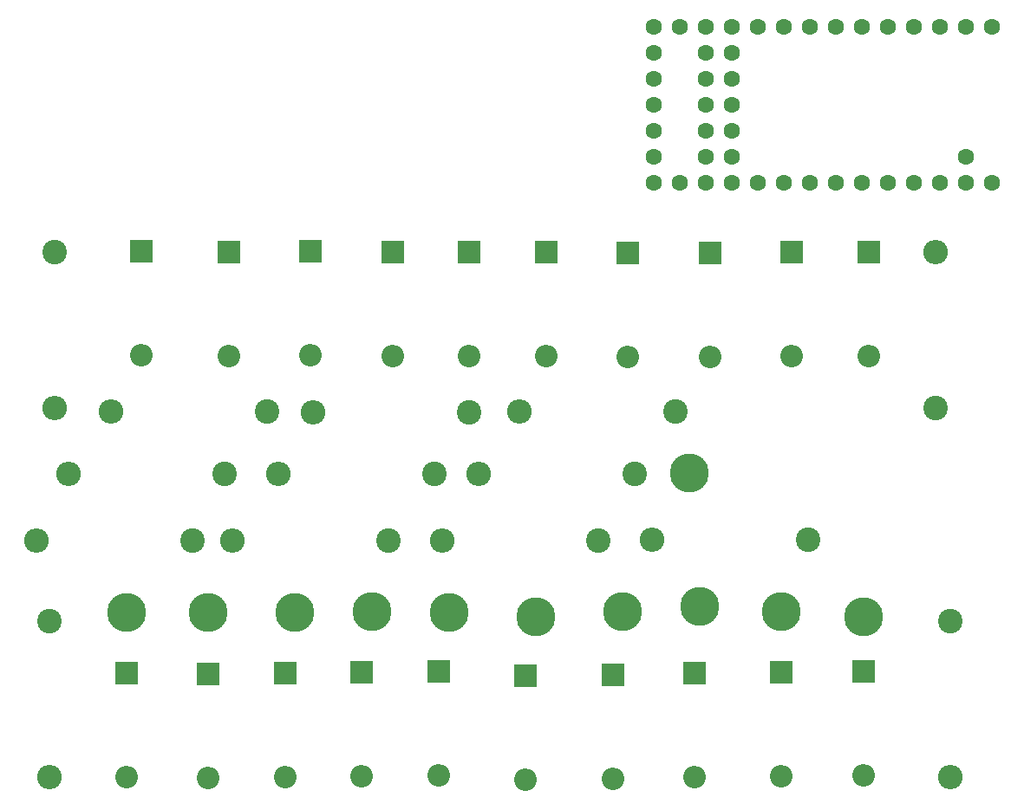
<source format=gbr>
%TF.GenerationSoftware,KiCad,Pcbnew,8.0.1*%
%TF.CreationDate,2024-04-01T06:51:43-04:00*%
%TF.ProjectId,emandoharp,656d616e-646f-4686-9172-702e6b696361,rev?*%
%TF.SameCoordinates,Original*%
%TF.FileFunction,Soldermask,Top*%
%TF.FilePolarity,Negative*%
%FSLAX46Y46*%
G04 Gerber Fmt 4.6, Leading zero omitted, Abs format (unit mm)*
G04 Created by KiCad (PCBNEW 8.0.1) date 2024-04-01 06:51:43*
%MOMM*%
%LPD*%
G01*
G04 APERTURE LIST*
%ADD10C,1.600000*%
%ADD11R,2.200000X2.200000*%
%ADD12O,2.200000X2.200000*%
%ADD13O,2.400000X2.400000*%
%ADD14C,2.400000*%
%ADD15C,3.800000*%
G04 APERTURE END LIST*
D10*
%TO.C,U1*%
X145510000Y-79380000D03*
X142970000Y-79380000D03*
X140430000Y-79380000D03*
X137890000Y-79380000D03*
X135350000Y-79380000D03*
X132810000Y-79380000D03*
X130270000Y-79380000D03*
X127730000Y-79380000D03*
X125190000Y-79380000D03*
X122650000Y-79380000D03*
X120110000Y-79380000D03*
X117570000Y-79380000D03*
X115030000Y-79380000D03*
X112490000Y-79380000D03*
X112490000Y-81920000D03*
X112490000Y-84460000D03*
X112490000Y-87000000D03*
X112490000Y-89540000D03*
X112490000Y-92080000D03*
X112490000Y-94620000D03*
X115030000Y-94620000D03*
X117570000Y-94620000D03*
X120110000Y-94620000D03*
X122650000Y-94620000D03*
X125190000Y-94620000D03*
X127730000Y-94620000D03*
X130270000Y-94620000D03*
X132810000Y-94620000D03*
X135350000Y-94620000D03*
X137890000Y-94620000D03*
X140430000Y-94620000D03*
X142970000Y-94620000D03*
X145510000Y-94620000D03*
X142970000Y-92080000D03*
X117570000Y-92080000D03*
X120110000Y-92080000D03*
X117570000Y-89540000D03*
X120110000Y-89540000D03*
X117570000Y-87000000D03*
X120110000Y-87000000D03*
X117570000Y-84460000D03*
X120110000Y-84460000D03*
X117570000Y-81920000D03*
X120110000Y-81920000D03*
%TD*%
D11*
%TO.C,D11*%
X102000000Y-101340000D03*
D12*
X102000000Y-111500000D03*
%TD*%
D13*
%TO.C,R15*%
X112380000Y-129500000D03*
D14*
X127620000Y-129500000D03*
%TD*%
%TO.C,R14*%
X114620000Y-117000000D03*
D13*
X99380000Y-117000000D03*
%TD*%
D14*
%TO.C,R13*%
X110620000Y-123080000D03*
D13*
X95380000Y-123080000D03*
%TD*%
D14*
%TO.C,R12*%
X107120000Y-129580000D03*
D13*
X91880000Y-129580000D03*
%TD*%
D14*
%TO.C,R11*%
X94500000Y-117080000D03*
D13*
X79260000Y-117080000D03*
%TD*%
D14*
%TO.C,R9*%
X91120000Y-123080000D03*
D13*
X75880000Y-123080000D03*
%TD*%
D14*
%TO.C,R8*%
X86620000Y-129580000D03*
D13*
X71380000Y-129580000D03*
%TD*%
%TO.C,R7*%
X59500000Y-117000000D03*
D14*
X74740000Y-117000000D03*
%TD*%
%TO.C,R6*%
X70620000Y-123080000D03*
D13*
X55380000Y-123080000D03*
%TD*%
D14*
%TO.C,R5*%
X67500000Y-129580000D03*
D13*
X52260000Y-129580000D03*
%TD*%
%TO.C,R4*%
X53500000Y-152700000D03*
D14*
X53500000Y-137460000D03*
%TD*%
D13*
%TO.C,R3*%
X54000000Y-116580000D03*
D14*
X54000000Y-101340000D03*
%TD*%
D13*
%TO.C,R2*%
X140000000Y-101380000D03*
D14*
X140000000Y-116620000D03*
%TD*%
%TO.C,R1*%
X141500000Y-137460000D03*
D13*
X141500000Y-152700000D03*
%TD*%
D15*
%TO.C,PC1*%
X116000000Y-123000000D03*
%TD*%
%TO.C,P10*%
X133000000Y-137000000D03*
%TD*%
%TO.C,P9*%
X125000000Y-136500000D03*
%TD*%
%TO.C,P8*%
X117000000Y-136000000D03*
%TD*%
%TO.C,P7*%
X109500000Y-136500000D03*
%TD*%
%TO.C,P6*%
X101000000Y-137000000D03*
%TD*%
%TO.C,P5*%
X92500000Y-136580000D03*
%TD*%
%TO.C,P4*%
X85000000Y-136500000D03*
%TD*%
%TO.C,P3*%
X77500000Y-136580000D03*
%TD*%
%TO.C,P2*%
X69000000Y-136580000D03*
%TD*%
%TO.C,P1*%
X61000000Y-136580000D03*
%TD*%
D12*
%TO.C,D20*%
X133000000Y-152520000D03*
D11*
X133000000Y-142360000D03*
%TD*%
%TO.C,D19*%
X133500000Y-101420000D03*
D12*
X133500000Y-111580000D03*
%TD*%
%TO.C,D18*%
X125000000Y-152600000D03*
D11*
X125000000Y-142440000D03*
%TD*%
D12*
%TO.C,D17*%
X126000000Y-111580000D03*
D11*
X126000000Y-101420000D03*
%TD*%
%TO.C,D16*%
X116500000Y-142500000D03*
D12*
X116500000Y-152660000D03*
%TD*%
D11*
%TO.C,D15*%
X118000000Y-101500000D03*
D12*
X118000000Y-111660000D03*
%TD*%
D11*
%TO.C,D14*%
X108500000Y-142680000D03*
D12*
X108500000Y-152840000D03*
%TD*%
D11*
%TO.C,D13*%
X110000000Y-101500000D03*
D12*
X110000000Y-111660000D03*
%TD*%
D11*
%TO.C,D12*%
X100000000Y-142760000D03*
D12*
X100000000Y-152920000D03*
%TD*%
%TO.C,D10*%
X91500000Y-152500000D03*
D11*
X91500000Y-142340000D03*
%TD*%
%TO.C,D9*%
X94500000Y-101420000D03*
D12*
X94500000Y-111580000D03*
%TD*%
%TO.C,D8*%
X84000000Y-152580000D03*
D11*
X84000000Y-142420000D03*
%TD*%
%TO.C,D7*%
X87000000Y-101420000D03*
D12*
X87000000Y-111580000D03*
%TD*%
D11*
%TO.C,D6*%
X76500000Y-142500000D03*
D12*
X76500000Y-152660000D03*
%TD*%
%TO.C,D5*%
X79000000Y-111460000D03*
D11*
X79000000Y-101300000D03*
%TD*%
%TO.C,D4*%
X69000000Y-142580000D03*
D12*
X69000000Y-152740000D03*
%TD*%
D11*
%TO.C,D3*%
X71000000Y-101380000D03*
D12*
X71000000Y-111540000D03*
%TD*%
%TO.C,D2*%
X61000000Y-152660000D03*
D11*
X61000000Y-142500000D03*
%TD*%
D12*
%TO.C,D1*%
X62500000Y-111460000D03*
D11*
X62500000Y-101300000D03*
%TD*%
M02*

</source>
